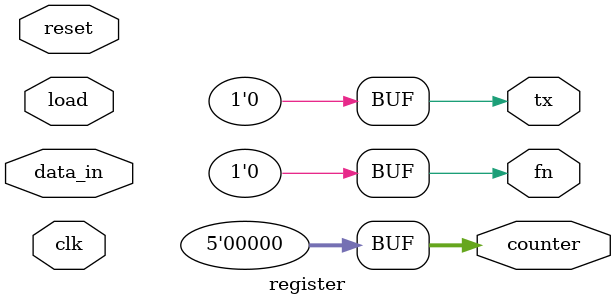
<source format=sv>
module register(
    input wire clk,reset,load,
    input wire [3:0] data_in,

    output reg fn = 0,
    output reg tx = 0,
    output reg [4:0] counter = 0
);

endmodule 
</source>
